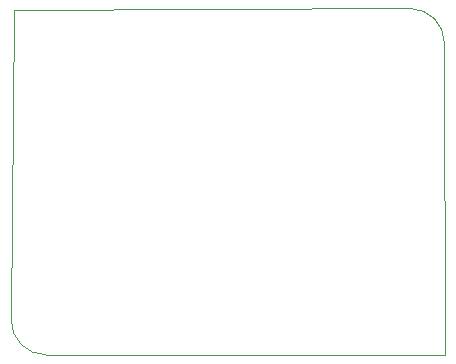
<source format=gbr>
%TF.GenerationSoftware,KiCad,Pcbnew,9.0.2*%
%TF.CreationDate,2025-07-25T22:05:18+05:30*%
%TF.ProjectId,mcu,6d63752e-6b69-4636-9164-5f7063625858,rev?*%
%TF.SameCoordinates,Original*%
%TF.FileFunction,Profile,NP*%
%FSLAX46Y46*%
G04 Gerber Fmt 4.6, Leading zero omitted, Abs format (unit mm)*
G04 Created by KiCad (PCBNEW 9.0.2) date 2025-07-25 22:05:18*
%MOMM*%
%LPD*%
G01*
G04 APERTURE LIST*
%TA.AperFunction,Profile*%
%ADD10C,0.050000*%
%TD*%
G04 APERTURE END LIST*
D10*
X130225000Y-127325005D02*
X96410378Y-127295051D01*
X93729247Y-98110000D02*
X127269620Y-97984948D01*
X130179501Y-100930869D02*
X130225000Y-127325000D01*
X93500468Y-124349131D02*
X93720000Y-98110000D01*
X127269620Y-97984948D02*
G75*
G02*
X130179532Y-100930869I-20J-2910152D01*
G01*
X96410378Y-127295052D02*
G75*
G02*
X93500468Y-124349131I22J2910152D01*
G01*
M02*

</source>
